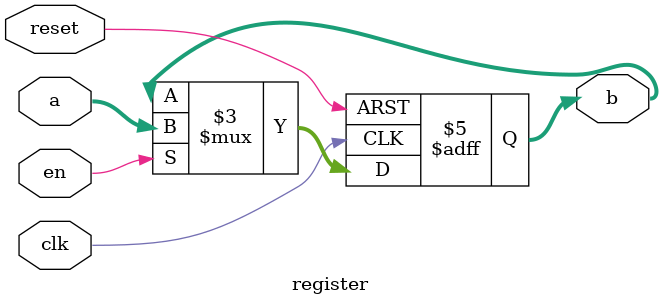
<source format=v>
module register (
    a,
    b,
    clk,
    en,
    reset
);

  parameter n = 5;
  output reg [n-1:0] b;

  input wire [n-1:0] a;
  input wire clk;
  input wire en;
  input wire reset;

  always @(posedge clk, posedge reset) begin
    if (reset) b <= 0;
    else if (en == 1'b1) begin
      b <= a;
    end
  end
endmodule
</source>
